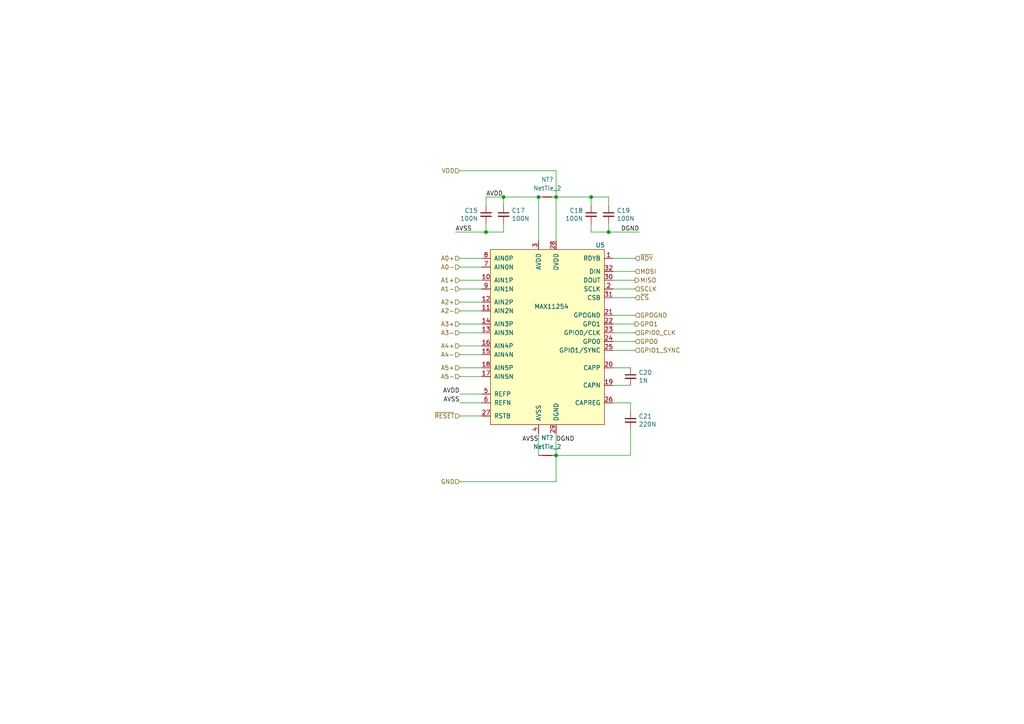
<source format=kicad_sch>
(kicad_sch (version 20211123) (generator eeschema)
  (paper "A4")
  (lib_symbols
    (symbol "Device:C_Small" (pin_numbers hide) (pin_names (offset 0.254) hide)
      (property "Reference" "C" (at 0.254 1.778 0))
      (property "Value" "C_Small" (at 0.254 -2.032 0))
      (symbol "C_Small_0_1"
        (polyline (pts (xy -1.524 -0.508) (xy 1.524 -0.508)) (stroke (width 0.3302)))
        (polyline (pts (xy -1.524 0.508) (xy 1.524 0.508)) (stroke (width 0.3048)))
      )
      (symbol "C_Small_1_1"
        (pin passive line (at 0 2.54 270) (length 2.032) (name "~") (number "1"))
        (pin passive line (at 0 -2.54 90) (length 2.032) (name "~") (number "2"))
      )
    )
    (symbol "Device:NetTie_2" (pin_numbers hide) (pin_names (offset 0) hide) (in_bom no)
      (property "Reference" "NT" (at 0 1.27 0))
      (property "Value" "NetTie_2" (at 0 -1.27 0))
      (symbol "NetTie_2_0_1"
        (polyline (pts (xy -1.27 0) (xy 1.27 0)) (stroke (width 0.254)))
      )
      (symbol "NetTie_2_1_1"
        (pin passive line (at -2.54 0 0) (length 2.54) (name "1") (number "1"))
        (pin passive line (at 2.54 0 180) (length 2.54) (name "2") (number "2"))
      )
    )
    (symbol "william_adc:MAX11254" (pin_names (offset 1.016))
      (property "Reference" "U" (at 10.16 26.67 0))
      (property "Value" "MAX11254" (at 0 5.08 0))
      (symbol "MAX11254_0_1"
        (rectangle (start -16.51 25.4) (end 16.51 -25.4) (fill (type background)))
      )
      (symbol "MAX11254_1_1"
        (pin output line (at 19.05 22.86 180) (length 2.54) (name "RDYB") (number "1"))
        (pin input line (at -19.05 16.51 0) (length 2.54) (name "AIN1P") (number "10"))
        (pin input line (at -19.05 7.62 0) (length 2.54) (name "AIN2N") (number "11"))
        (pin input line (at -19.05 10.16 0) (length 2.54) (name "AIN2P") (number "12"))
        (pin input line (at -19.05 1.27 0) (length 2.54) (name "AIN3N") (number "13"))
        (pin input line (at -19.05 3.81 0) (length 2.54) (name "AIN3P") (number "14"))
        (pin input line (at -19.05 -5.08 0) (length 2.54) (name "AIN4N") (number "15"))
        (pin input line (at -19.05 -2.54 0) (length 2.54) (name "AIN4P") (number "16"))
        (pin input line (at -19.05 -11.43 0) (length 2.54) (name "AIN5N") (number "17"))
        (pin input line (at -19.05 -8.89 0) (length 2.54) (name "AIN5P") (number "18"))
        (pin input line (at 19.05 -13.97 180) (length 2.54) (name "CAPN") (number "19"))
        (pin input line (at 19.05 13.97 180) (length 2.54) (name "SCLK") (number "2"))
        (pin input line (at 19.05 -8.89 180) (length 2.54) (name "CAPP") (number "20"))
        (pin output line (at 19.05 6.35 180) (length 2.54) (name "GPOGND") (number "21"))
        (pin open_collector line (at 19.05 3.81 180) (length 2.54) (name "GPO1") (number "22"))
        (pin bidirectional line (at 19.05 1.27 180) (length 2.54) (name "GPIO0/CLK") (number "23"))
        (pin open_collector line (at 19.05 -1.27 180) (length 2.54) (name "GPO0") (number "24"))
        (pin bidirectional line (at 19.05 -3.81 180) (length 2.54) (name "GPIO1/SYNC") (number "25"))
        (pin output line (at 19.05 -19.05 180) (length 2.54) (name "CAPREG") (number "26"))
        (pin input line (at -19.05 -22.86 0) (length 2.54) (name "RSTB") (number "27"))
        (pin power_in line (at 2.54 27.94 270) (length 2.54) (name "DVDD") (number "28"))
        (pin power_in line (at 2.54 -27.94 90) (length 2.54) (name "DGND") (number "29"))
        (pin power_in line (at -2.54 27.94 270) (length 2.54) (name "AVDD") (number "3"))
        (pin output line (at 19.05 16.51 180) (length 2.54) (name "DOUT") (number "30"))
        (pin input line (at 19.05 11.43 180) (length 2.54) (name "CSB") (number "31"))
        (pin input line (at 19.05 19.05 180) (length 2.54) (name "DIN") (number "32"))
        (pin passive line (at -2.54 -27.94 90) (length 2.54) hide (name "EP") (number "33"))
        (pin power_in line (at -2.54 -27.94 90) (length 2.54) (name "AVSS") (number "4"))
        (pin input line (at -19.05 -16.51 0) (length 2.54) (name "REFP") (number "5"))
        (pin input line (at -19.05 -19.05 0) (length 2.54) (name "REFN") (number "6"))
        (pin input line (at -19.05 20.32 0) (length 2.54) (name "AIN0N") (number "7"))
        (pin input line (at -19.05 22.86 0) (length 2.54) (name "AIN0P") (number "8"))
        (pin input line (at -19.05 13.97 0) (length 2.54) (name "AIN1N") (number "9"))
      )
    )
  )
  (junction (at 156.21 57.15))
  (junction (at 161.29 132.08))
  (junction (at 176.53 67.31))
  (junction (at 161.29 57.15))
  (junction (at 171.45 57.15))
  (junction (at 140.97 67.31))
  (junction (at 146.05 57.15))
  (wire (pts (xy 161.29 139.7) (xy 161.29 132.08)))
  (wire (pts (xy 182.88 116.84) (xy 177.8 116.84)))
  (wire (pts (xy 146.05 64.77) (xy 146.05 67.31)))
  (wire (pts (xy 133.35 77.47) (xy 139.7 77.47)))
  (wire (pts (xy 177.8 111.76) (xy 182.88 111.76)))
  (wire (pts (xy 146.05 67.31) (xy 140.97 67.31)))
  (wire (pts (xy 140.97 64.77) (xy 140.97 67.31)))
  (wire (pts (xy 176.53 64.77) (xy 176.53 67.31)))
  (wire (pts (xy 133.35 87.63) (xy 139.7 87.63)))
  (wire (pts (xy 156.21 57.15) (xy 146.05 57.15)))
  (wire (pts (xy 133.35 93.98) (xy 139.7 93.98)))
  (wire (pts (xy 177.8 81.28) (xy 184.15 81.28)))
  (wire (pts (xy 184.15 101.6) (xy 177.8 101.6)))
  (wire (pts (xy 161.29 57.15) (xy 161.29 69.85)))
  (wire (pts (xy 177.8 99.06) (xy 184.15 99.06)))
  (wire (pts (xy 140.97 57.15) (xy 140.97 59.69)))
  (wire (pts (xy 171.45 57.15) (xy 161.29 57.15)))
  (wire (pts (xy 133.35 49.53) (xy 161.29 49.53)))
  (wire (pts (xy 161.29 125.73) (xy 161.29 132.08)))
  (wire (pts (xy 182.88 124.46) (xy 182.88 132.08)))
  (wire (pts (xy 176.53 57.15) (xy 171.45 57.15)))
  (wire (pts (xy 185.42 67.31) (xy 176.53 67.31)))
  (wire (pts (xy 133.35 90.17) (xy 139.7 90.17)))
  (wire (pts (xy 177.8 74.93) (xy 184.15 74.93)))
  (wire (pts (xy 133.35 106.68) (xy 139.7 106.68)))
  (wire (pts (xy 133.35 81.28) (xy 139.7 81.28)))
  (wire (pts (xy 133.35 96.52) (xy 139.7 96.52)))
  (wire (pts (xy 171.45 67.31) (xy 171.45 64.77)))
  (wire (pts (xy 133.35 83.82) (xy 139.7 83.82)))
  (wire (pts (xy 182.88 119.38) (xy 182.88 116.84)))
  (wire (pts (xy 156.21 125.73) (xy 156.21 132.08)))
  (wire (pts (xy 133.35 109.22) (xy 139.7 109.22)))
  (wire (pts (xy 133.35 139.7) (xy 161.29 139.7)))
  (wire (pts (xy 133.35 102.87) (xy 139.7 102.87)))
  (wire (pts (xy 182.88 132.08) (xy 161.29 132.08)))
  (wire (pts (xy 177.8 91.44) (xy 184.15 91.44)))
  (wire (pts (xy 156.21 57.15) (xy 156.21 69.85)))
  (wire (pts (xy 161.29 49.53) (xy 161.29 57.15)))
  (wire (pts (xy 133.35 116.84) (xy 139.7 116.84)))
  (wire (pts (xy 146.05 57.15) (xy 140.97 57.15)))
  (wire (pts (xy 133.35 100.33) (xy 139.7 100.33)))
  (wire (pts (xy 133.35 114.3) (xy 139.7 114.3)))
  (wire (pts (xy 184.15 83.82) (xy 177.8 83.82)))
  (wire (pts (xy 177.8 93.98) (xy 184.15 93.98)))
  (wire (pts (xy 182.88 106.68) (xy 177.8 106.68)))
  (wire (pts (xy 133.35 120.65) (xy 139.7 120.65)))
  (wire (pts (xy 176.53 67.31) (xy 171.45 67.31)))
  (wire (pts (xy 140.97 67.31) (xy 132.08 67.31)))
  (wire (pts (xy 171.45 59.69) (xy 171.45 57.15)))
  (wire (pts (xy 176.53 59.69) (xy 176.53 57.15)))
  (wire (pts (xy 177.8 78.74) (xy 184.15 78.74)))
  (wire (pts (xy 184.15 96.52) (xy 177.8 96.52)))
  (wire (pts (xy 133.35 74.93) (xy 139.7 74.93)))
  (wire (pts (xy 146.05 59.69) (xy 146.05 57.15)))
  (wire (pts (xy 177.8 86.36) (xy 184.15 86.36)))
  (label "AVSS" (at 132.08 67.31 0))
  (label "AVSS" (at 156.21 128.27 180))
  (label "AVSS" (at 133.35 116.84 180))
  (label "AVDD" (at 133.35 114.3 180))
  (label "DGND" (at 185.42 67.31 180))
  (label "AVDD" (at 140.97 57.15 0))
  (label "DGND" (at 161.29 128.27 0))
  (hierarchical_label "~{RDY}" (shape input) (at 184.15 74.93 0))
  (hierarchical_label "GPIO1_SYNC" (shape input) (at 184.15 101.6 0))
  (hierarchical_label "A5-" (shape input) (at 133.35 109.22 180))
  (hierarchical_label "VDD" (shape input) (at 133.35 49.53 180))
  (hierarchical_label "GPOGND" (shape input) (at 184.15 91.44 0))
  (hierarchical_label "GPO0" (shape input) (at 184.15 99.06 0))
  (hierarchical_label "A0+" (shape input) (at 133.35 74.93 180))
  (hierarchical_label "A2-" (shape input) (at 133.35 90.17 180))
  (hierarchical_label "A3+" (shape input) (at 133.35 93.98 180))
  (hierarchical_label "~{CS}" (shape input) (at 184.15 86.36 0))
  (hierarchical_label "SCLK" (shape input) (at 184.15 83.82 0))
  (hierarchical_label "A2+" (shape input) (at 133.35 87.63 180))
  (hierarchical_label "A4-" (shape input) (at 133.35 102.87 180))
  (hierarchical_label "A4+" (shape input) (at 133.35 100.33 180))
  (hierarchical_label "GPO1" (shape output) (at 184.15 93.98 0))
  (hierarchical_label "A1+" (shape input) (at 133.35 81.28 180))
  (hierarchical_label "GND" (shape input) (at 133.35 139.7 180))
  (hierarchical_label "MISO" (shape output) (at 184.15 81.28 0))
  (hierarchical_label "MOSI" (shape input) (at 184.15 78.74 0))
  (hierarchical_label "A5+" (shape input) (at 133.35 106.68 180))
  (hierarchical_label "A0-" (shape input) (at 133.35 77.47 180))
  (hierarchical_label "A1-" (shape input) (at 133.35 83.82 180))
  (hierarchical_label "A3-" (shape input) (at 133.35 96.52 180))
  (hierarchical_label "GPIO0_CLK" (shape input) (at 184.15 96.52 0))
  (hierarchical_label "~{RESET}" (shape input) (at 133.35 120.65 180))
  (symbol (lib_id "william_adc:MAX11254") (at 158.75 97.79 0) (unit 1)
    (property "Reference" "U5" (at 172.72 71.12 0) (effects (justify left)))
    (property "Value" "MAX11254" (at 154.94 88.9 0) (effects (justify left)))
    (property "Footprint" "Package_DFN_QFN:QFN-32-1EP_5x5mm_P0.5mm_EP3.1x3.1mm" (effects hide))
  )
  (symbol (lib_id "Device:C_Small") (at 182.88 121.92 0) (unit 1)
    (property "Reference" "C21" (at 185.2168 120.7516 0) (effects (justify left)))
    (property "Value" "220N" (at 185.2168 123.063 0) (effects (justify left)))
  )
  (symbol (lib_id "Device:C_Small") (at 182.88 109.22 0) (unit 1)
    (property "Reference" "C20" (at 185.2168 108.0516 0) (effects (justify left)))
    (property "Value" "1N" (at 185.2168 110.363 0) (effects (justify left)))
  )
  (symbol (lib_id "Device:C_Small") (at 146.05 62.23 0) (unit 1)
    (property "Reference" "C17" (at 148.3868 61.0616 0) (effects (justify left)))
    (property "Value" "100N" (at 148.3868 63.373 0) (effects (justify left)))
    (property "Footprint" "Capacitor_SMD:C_0603_1608Metric" (effects hide))
  )
  (symbol (lib_id "Device:C_Small") (at 140.97 62.23 0) (mirror y) (unit 1)
    (property "Reference" "C15" (at 138.6332 61.0616 0) (effects (justify left)))
    (property "Value" "100N" (at 138.6332 63.373 0) (effects (justify left)))
    (property "Footprint" "Capacitor_SMD:C_0603_1608Metric" (effects hide))
  )
  (symbol (lib_id "Device:C_Small") (at 176.53 62.23 0) (unit 1)
    (property "Reference" "C19" (at 178.8668 61.0616 0) (effects (justify left)))
    (property "Value" "100N" (at 178.8668 63.373 0) (effects (justify left)))
    (property "Footprint" "Capacitor_SMD:C_0603_1608Metric" (effects hide))
  )
  (symbol (lib_id "Device:C_Small") (at 171.45 62.23 0) (mirror y) (unit 1)
    (property "Reference" "C18" (at 169.1132 61.0616 0) (effects (justify left)))
    (property "Value" "100N" (at 169.1132 63.373 0) (effects (justify left)))
    (property "Footprint" "Capacitor_SMD:C_0603_1608Metric" (effects hide))
  )
  (symbol (lib_id "Device:NetTie_2") (at 158.75 132.08 0) (unit 1) (in_bom no)
    (property "Reference" "NT?" (at 158.75 127 0))
    (property "Value" "NetTie_2" (at 158.75 129.54 0))
  )
  (symbol (lib_id "Device:NetTie_2") (at 158.75 57.15 0) (unit 1) (in_bom no)
    (property "Reference" "NT?" (at 158.75 52.07 0))
    (property "Value" "NetTie_2" (at 158.75 54.61 0))
  )
)
</source>
